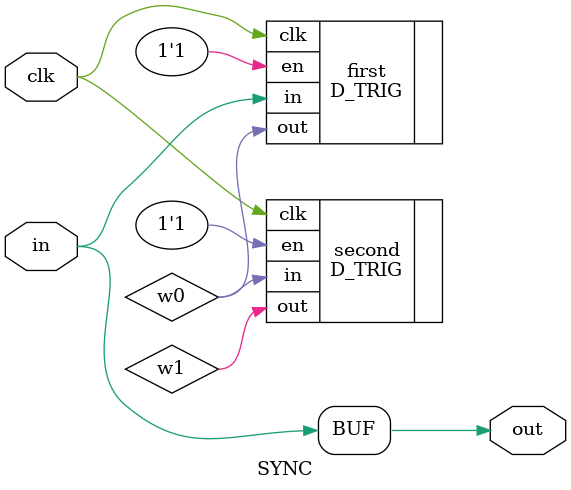
<source format=v>
`timescale 1ns / 1ps

module SYNC(
    input clk,
    input in,
    output out
);

wire w0, w1;

D_TRIG first(.clk(clk), .in(in), .en(1'b1), .out(w0));
D_TRIG second(.clk(clk), .in(w0), .en(1'b1), .out(w1));

assign out = in;

endmodule

</source>
